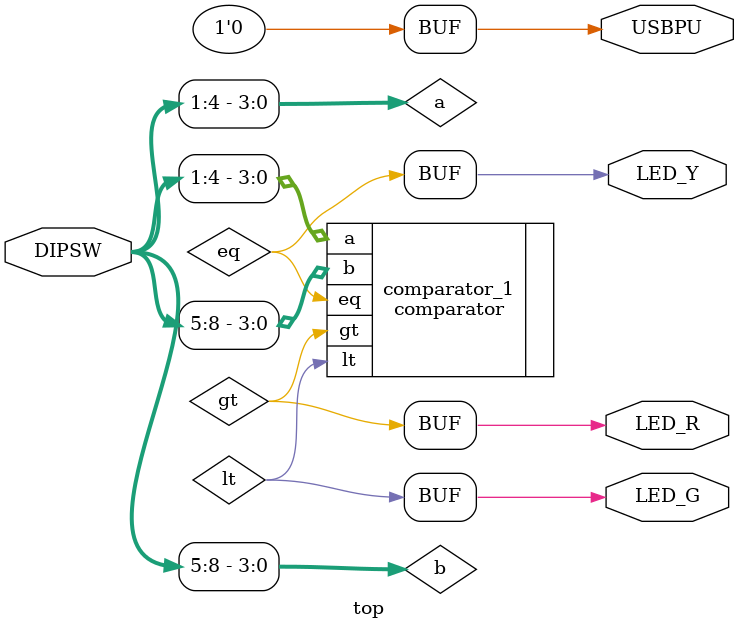
<source format=v>


`timescale 1ns/10ps

module top #(
   parameter WIDTH = 4  // data width
   ) (
   input [1:8] DIPSW,  // 8 x DIP switches (a = DIPSW[1:4], b = DIPSW[5:8])
   output      LED_G,  // green status LED, high when a < b
   output      LED_Y,  // yellow status LED, high when a = b
   output      LED_R,  // red status LED, high when a > b
   output      USBPU   // USB pull-up enable, set low to disable
   );

   wire [WIDTH-1:0] a, b;        // values to compare
   wire             lt, eq, gt;  // comparison results

   assign a = DIPSW[1:4];
   assign b = DIPSW[5:8];
   assign LED_G = lt;
   assign LED_Y = eq;
   assign LED_R = gt;
   assign USBPU = 1'b0;  // disable USB

  // Instances
  comparator #(.WIDTH(WIDTH)) comparator_1(.a(a), .b(b), .lt(lt), .eq(eq), .gt(gt));

endmodule  // top

</source>
